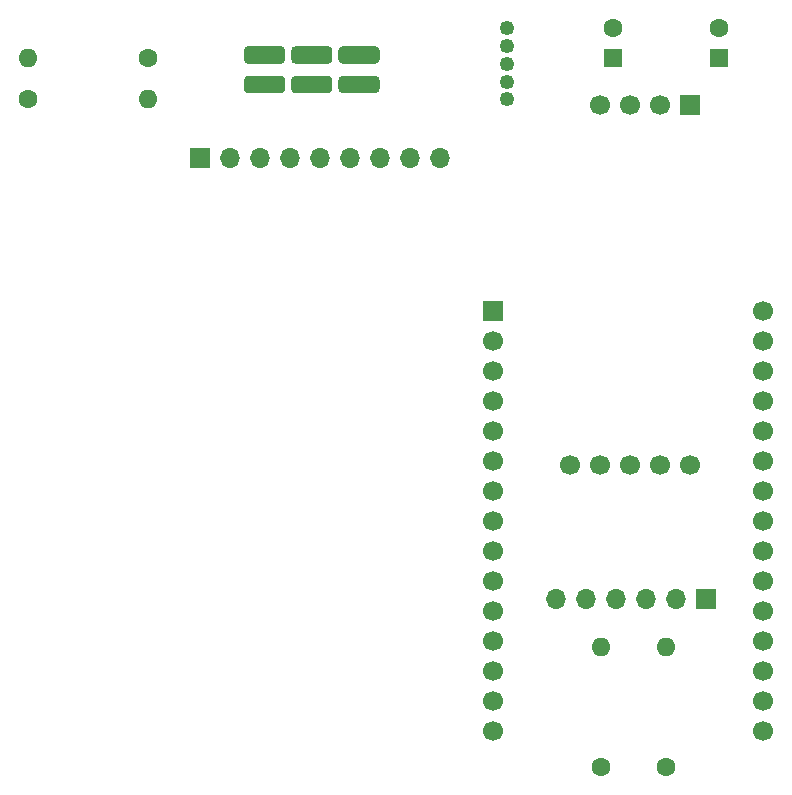
<source format=gbr>
%TF.GenerationSoftware,KiCad,Pcbnew,5.1.10*%
%TF.CreationDate,2021-11-06T09:54:13+01:00*%
%TF.ProjectId,air_quality_box,6169725f-7175-4616-9c69-74795f626f78,rev?*%
%TF.SameCoordinates,Original*%
%TF.FileFunction,Soldermask,Bot*%
%TF.FilePolarity,Negative*%
%FSLAX46Y46*%
G04 Gerber Fmt 4.6, Leading zero omitted, Abs format (unit mm)*
G04 Created by KiCad (PCBNEW 5.1.10) date 2021-11-06 09:54:13*
%MOMM*%
%LPD*%
G01*
G04 APERTURE LIST*
%ADD10C,1.250000*%
%ADD11R,1.600000X1.600000*%
%ADD12C,1.600000*%
%ADD13R,1.700000X1.700000*%
%ADD14C,1.700000*%
%ADD15O,1.700000X1.700000*%
%ADD16O,1.600000X1.600000*%
G04 APERTURE END LIST*
D10*
%TO.C,J3*%
X142500000Y-46500000D03*
X142500000Y-45000000D03*
X142500000Y-43500000D03*
X142500000Y-42000000D03*
X142500000Y-40500000D03*
%TD*%
%TO.C,SW1*%
G36*
G01*
X123750000Y-42375000D02*
X123750000Y-43125000D01*
G75*
G02*
X123375000Y-43500000I-375000J0D01*
G01*
X120625000Y-43500000D01*
G75*
G02*
X120250000Y-43125000I0J375000D01*
G01*
X120250000Y-42375000D01*
G75*
G02*
X120625000Y-42000000I375000J0D01*
G01*
X123375000Y-42000000D01*
G75*
G02*
X123750000Y-42375000I0J-375000D01*
G01*
G37*
G36*
G01*
X127750000Y-42375000D02*
X127750000Y-43125000D01*
G75*
G02*
X127375000Y-43500000I-375000J0D01*
G01*
X124625000Y-43500000D01*
G75*
G02*
X124250000Y-43125000I0J375000D01*
G01*
X124250000Y-42375000D01*
G75*
G02*
X124625000Y-42000000I375000J0D01*
G01*
X127375000Y-42000000D01*
G75*
G02*
X127750000Y-42375000I0J-375000D01*
G01*
G37*
G36*
G01*
X131750000Y-42375000D02*
X131750000Y-43125000D01*
G75*
G02*
X131375000Y-43500000I-375000J0D01*
G01*
X128625000Y-43500000D01*
G75*
G02*
X128250000Y-43125000I0J375000D01*
G01*
X128250000Y-42375000D01*
G75*
G02*
X128625000Y-42000000I375000J0D01*
G01*
X131375000Y-42000000D01*
G75*
G02*
X131750000Y-42375000I0J-375000D01*
G01*
G37*
G36*
G01*
X123750000Y-44875000D02*
X123750000Y-45625000D01*
G75*
G02*
X123375000Y-46000000I-375000J0D01*
G01*
X120625000Y-46000000D01*
G75*
G02*
X120250000Y-45625000I0J375000D01*
G01*
X120250000Y-44875000D01*
G75*
G02*
X120625000Y-44500000I375000J0D01*
G01*
X123375000Y-44500000D01*
G75*
G02*
X123750000Y-44875000I0J-375000D01*
G01*
G37*
G36*
G01*
X127750000Y-44875000D02*
X127750000Y-45625000D01*
G75*
G02*
X127375000Y-46000000I-375000J0D01*
G01*
X124625000Y-46000000D01*
G75*
G02*
X124250000Y-45625000I0J375000D01*
G01*
X124250000Y-44875000D01*
G75*
G02*
X124625000Y-44500000I375000J0D01*
G01*
X127375000Y-44500000D01*
G75*
G02*
X127750000Y-44875000I0J-375000D01*
G01*
G37*
G36*
G01*
X131750000Y-44875000D02*
X131750000Y-45625000D01*
G75*
G02*
X131375000Y-46000000I-375000J0D01*
G01*
X128625000Y-46000000D01*
G75*
G02*
X128250000Y-45625000I0J375000D01*
G01*
X128250000Y-44875000D01*
G75*
G02*
X128625000Y-44500000I375000J0D01*
G01*
X131375000Y-44500000D01*
G75*
G02*
X131750000Y-44875000I0J-375000D01*
G01*
G37*
%TD*%
D11*
%TO.C,C1*%
X160500000Y-43000000D03*
D12*
X160500000Y-40500000D03*
%TD*%
%TO.C,C2*%
X151500000Y-40500000D03*
D11*
X151500000Y-43000000D03*
%TD*%
D13*
%TO.C,J1*%
X158000000Y-47000000D03*
D14*
X155460000Y-47000000D03*
X152920000Y-47000000D03*
X150380000Y-47000000D03*
X147840000Y-77480000D03*
X150380000Y-77480000D03*
X152920000Y-77480000D03*
X155460000Y-77480000D03*
X158000000Y-77480000D03*
%TD*%
D13*
%TO.C,J2*%
X159400000Y-88800000D03*
D15*
X156860000Y-88800000D03*
X154320000Y-88800000D03*
X151780000Y-88800000D03*
X149240000Y-88800000D03*
X146700000Y-88800000D03*
%TD*%
D13*
%TO.C,J4*%
X116500000Y-51500000D03*
D15*
X119040000Y-51500000D03*
X121580000Y-51500000D03*
X124120000Y-51500000D03*
X126660000Y-51500000D03*
X129200000Y-51500000D03*
X131740000Y-51500000D03*
X134280000Y-51500000D03*
X136820000Y-51500000D03*
%TD*%
D16*
%TO.C,R1*%
X150500000Y-92840000D03*
D12*
X150500000Y-103000000D03*
%TD*%
%TO.C,R2*%
X156000000Y-103000000D03*
D16*
X156000000Y-92840000D03*
%TD*%
D13*
%TO.C,U1*%
X141330001Y-64410001D03*
D14*
X141330001Y-66950001D03*
X141330001Y-69490001D03*
X141330001Y-72030001D03*
X141330001Y-74570001D03*
X141330001Y-77110001D03*
X141330001Y-79650001D03*
X141330001Y-82190001D03*
X141330001Y-84730001D03*
X141330001Y-87270001D03*
X141330001Y-89810001D03*
X141330001Y-92350001D03*
X141330001Y-94890001D03*
X141330001Y-97430001D03*
X141330001Y-99970001D03*
X164190001Y-64410001D03*
X164190001Y-66950001D03*
X164190001Y-69490001D03*
X164190001Y-72030001D03*
X164190001Y-74570001D03*
X164190001Y-77110001D03*
X164190001Y-79650001D03*
X164190001Y-82190001D03*
X164190001Y-84730001D03*
X164190001Y-87270001D03*
X164190001Y-89810001D03*
X164190001Y-92350001D03*
X164190001Y-94890001D03*
X164190001Y-97430001D03*
X164190001Y-99970001D03*
%TD*%
D16*
%TO.C,R3*%
X112160000Y-46500000D03*
D12*
X102000000Y-46500000D03*
%TD*%
%TO.C,R4*%
X112160000Y-43000000D03*
D16*
X102000000Y-43000000D03*
%TD*%
M02*

</source>
